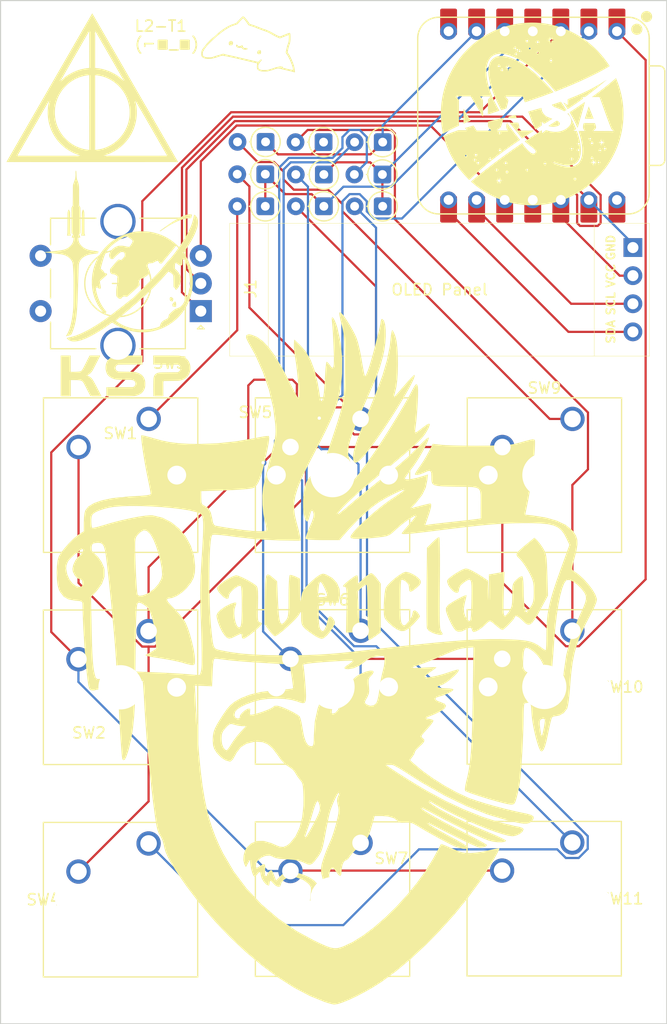
<source format=kicad_pcb>
(kicad_pcb (version 20241229) (generator "pcbnew") (generator_version "9.0")
  (layers (0 "F.Cu" signal) (2 "B.Cu" signal) (13 "F.Paste" user) (15 "B.Paste" user) (5 "F.SilkS" user "F.Silkscreen") (7 "B.SilkS" user "B.Silkscreen") (1 "F.Mask" user) (3 "B.Mask" user) (25 "Edge.Cuts" user))
  (net 0 "")
  (net 1 "Net-(D1-A)")
  (net 2 "row 0")
  (net 3 "Net-(D2-A)")
  (net 4 "row 1")
  (net 5 "Net-(D3-A)")
  (net 6 "row 2")
  (net 7 "Net-(D8-A)")
  (net 8 "Net-(D13-A)")
  (net 9 "Net-(D16-A)")
  (net 10 "Net-(D17-A)")
  (net 11 "Net-(D18-A)")
  (net 12 "Net-(D19-A)")
  (net 13 "col 0")
  (net 14 "col 2")
  (net 15 "Net-(U1-GPIO3{slash}MOSI)")
  (net 16 "Net-(U1-GPIO4{slash}MISO)")
  (net 17 "GND")
  (net 18 "col 1")
  (net 19 "SDA")
  (net 20 "SCL")
  (net 23 "vcc")
  (footprint "LOGO" (layer "F.Cu") (at 109.575 123.075)
    (property "Reference" "G***" (hide yes))
    (property "Value" "LOGO" (hide yes))
  )
  (footprint "Button_Switch_Keyboard:SW_Cherry_MX_1.00u_PCB" (layer "F.Cu") (at 131.29 135.32)
    (property "Reference" "SW5" (at -9.525 -0.595 0) (layer "F.SilkS"))
    (property "Value" "SW_Push" (hide yes))
    (pad "" np_thru_hole circle (at -7.62 5.08) (size 1.7 1.7) (drill 1.7) (layers "*.Cu" "*.Mask"))
    (pad "" np_thru_hole circle (at -2.54 5.08) (size 4 4) (drill 4) (layers "*.Cu" "*.Mask"))
    (pad "" np_thru_hole circle (at 2.54 5.08) (size 1.7 1.7) (drill 1.7) (layers "*.Cu" "*.Mask"))
    (pad "1" thru_hole circle (at 0 0) (size 2.2 2.2) (drill 1.5) (layers "*.Cu" "*.Mask") (net 11 "Net-(D18-A)"))
    (pad "2" thru_hole circle (at -6.35 2.54) (size 2.2 2.2) (drill 1.5) (layers "*.Cu" "*.Mask") (net 18 "col 1"))
  )
  (footprint "Button_Switch_Keyboard:SW_Cherry_MX_1.00u_PCB" (layer "F.Cu") (at 112.1 154.5)
    (property "Reference" "SW2" (at -5.398137 9.2 0) (layer "F.SilkS"))
    (property "Value" "SW_Push" (hide yes))
    (pad "" np_thru_hole circle (at -7.62 5.08) (size 1.7 1.7) (drill 1.7) (layers "*.Cu" "*.Mask"))
    (pad "" np_thru_hole circle (at -2.54 5.08) (size 4 4) (drill 4) (layers "*.Cu" "*.Mask"))
    (pad "" np_thru_hole circle (at 2.54 5.08) (size 1.7 1.7) (drill 1.7) (layers "*.Cu" "*.Mask"))
    (pad "1" thru_hole circle (at 0 0) (size 2.2 2.2) (drill 1.5) (layers "*.Cu" "*.Mask") (net 12 "Net-(D19-A)"))
    (pad "2" thru_hole circle (at -6.35 2.54) (size 2.2 2.2) (drill 1.5) (layers "*.Cu" "*.Mask") (net 14 "col 2"))
  )
  (footprint "Button_Switch_Keyboard:SW_Cherry_MX_1.00u_PCB" (layer "F.Cu") (at 112.1 173.7)
    (property "Reference" "SW4" (at -9.525 5.08 0) (layer "F.SilkS"))
    (property "Value" "SW_Push" (hide yes))
    (pad "" np_thru_hole circle (at -7.62 5.08) (size 1.7 1.7) (drill 1.7) (layers "*.Cu" "*.Mask"))
    (pad "" np_thru_hole circle (at -2.54 5.08) (size 4 4) (drill 4) (layers "*.Cu" "*.Mask"))
    (pad "" np_thru_hole circle (at 2.54 5.08) (size 1.7 1.7) (drill 1.7) (layers "*.Cu" "*.Mask"))
    (pad "1" thru_hole circle (at 0 0) (size 2.2 2.2) (drill 1.5) (layers "*.Cu" "*.Mask") (net 3 "Net-(D2-A)"))
    (pad "2" thru_hole circle (at -6.35 2.54) (size 2.2 2.2) (drill 1.5) (layers "*.Cu" "*.Mask") (net 13 "col 0"))
  )
  (footprint "Diode_THT:D_DO-35_SOD27_P2.54mm_Vertical_AnodeUp" (layer "F.Cu") (at 133.289315 116.1 180)
    (property "Reference" "D2" (hide yes))
    (property "Value" "D" (hide yes))
    (pad "1" thru_hole roundrect (at 0 0 180) (size 1.6 1.6) (drill 0.8) (layers "*.Cu" "*.Mask") (roundrect_rratio 0.15625) (net 4 "row 1"))
    (pad "2" thru_hole circle (at 2.54 0 180) (size 1.6 1.6) (drill 0.8) (layers "*.Cu" "*.Mask") (net 3 "Net-(D2-A)"))
  )
  (footprint "LOGO" (layer "F.Cu") (at 121.1 101.45)
    (property "Reference" "G***" (hide yes))
    (property "Value" "LOGO" (hide yes))
  )
  (footprint "LOGO" (layer "F.Cu") (at 147.55 107.75)
    (property "Reference" "G***" (hide yes))
    (property "Value" "LOGO" (hide yes))
  )
  (footprint "Diode_THT:D_DO-35_SOD27_P2.54mm_Vertical_AnodeUp" (layer "F.Cu") (at 127.964315 116.1 180)
    (property "Reference" "D19" (hide yes))
    (property "Value" "D" (hide yes))
    (pad "1" thru_hole roundrect (at 0 0 180) (size 1.6 1.6) (drill 0.8) (layers "*.Cu" "*.Mask") (roundrect_rratio 0.15625) (net 2 "row 0"))
    (pad "2" thru_hole circle (at 2.54 0 180) (size 1.6 1.6) (drill 0.8) (layers "*.Cu" "*.Mask") (net 12 "Net-(D19-A)"))
  )
  (footprint "LOGO" (layer "F.Cu") (at 128.2 156.975)
    (property "Reference" "G***" (hide yes))
    (property "Value" "LOGO" (hide yes))
  )
  (footprint "Diode_THT:D_DO-35_SOD27_P2.54mm_Vertical_AnodeUp" (layer "F.Cu") (at 133.29 110.3 180)
    (property "Reference" "D13" (hide yes))
    (property "Value" "D" (hide yes))
    (pad "1" thru_hole roundrect (at 0 0 180) (size 1.6 1.6) (drill 0.8) (layers "*.Cu" "*.Mask") (roundrect_rratio 0.15625) (net 6 "row 2"))
    (pad "2" thru_hole circle (at 2.54 0 180) (size 1.6 1.6) (drill 0.8) (layers "*.Cu" "*.Mask") (net 8 "Net-(D13-A)"))
  )
  (footprint "Diode_THT:D_DO-35_SOD27_P2.54mm_Vertical_AnodeUp" (layer "F.Cu") (at 133.264315 113.225 180)
    (property "Reference" "D16" (hide yes))
    (property "Value" "D" (hide yes))
    (pad "1" thru_hole roundrect (at 0 0 180) (size 1.6 1.6) (drill 0.8) (layers "*.Cu" "*.Mask") (roundrect_rratio 0.15625) (net 4 "row 1"))
    (pad "2" thru_hole circle (at 2.54 0 180) (size 1.6 1.6) (drill 0.8) (layers "*.Cu" "*.Mask") (net 9 "Net-(D16-A)"))
  )
  (footprint "Button_Switch_Keyboard:SW_Cherry_MX_1.00u_PCB" (layer "F.Cu") (at 131.29 154.47)
    (property "Reference" "SW6" (at -2.54 -2.794 0) (layer "F.SilkS"))
    (property "Value" "SW_Push" (hide yes))
    (pad "" np_thru_hole circle (at -7.62 5.08) (size 1.7 1.7) (drill 1.7) (layers "*.Cu" "*.Mask"))
    (pad "" np_thru_hole circle (at -2.54 5.08) (size 4 4) (drill 4) (layers "*.Cu" "*.Mask"))
    (pad "" np_thru_hole circle (at 2.54 5.08) (size 1.7 1.7) (drill 1.7) (layers "*.Cu" "*.Mask"))
    (pad "1" thru_hole circle (at 0 0) (size 2.2 2.2) (drill 1.5) (layers "*.Cu" "*.Mask") (net 10 "Net-(D17-A)"))
    (pad "2" thru_hole circle (at -6.35 2.54) (size 2.2 2.2) (drill 1.5) (layers "*.Cu" "*.Mask") (net 18 "col 1"))
  )
  (footprint "Button_Switch_Keyboard:SW_Cherry_MX_1.00u_PCB" (layer "F.Cu") (at 150.47 135.32)
    (property "Reference" "SW9" (at -2.54 -2.794 0) (layer "F.SilkS"))
    (property "Value" "SW_Push" (hide yes))
    (pad "" np_thru_hole circle (at -7.62 5.08) (size 1.7 1.7) (drill 1.7) (layers "*.Cu" "*.Mask"))
    (pad "" np_thru_hole circle (at -2.54 5.08) (size 4 4) (drill 4) (layers "*.Cu" "*.Mask"))
    (pad "" np_thru_hole circle (at 2.54 5.08) (size 1.7 1.7) (drill 1.7) (layers "*.Cu" "*.Mask"))
    (pad "1" thru_hole circle (at 0 0) (size 2.2 2.2) (drill 1.5) (layers "*.Cu" "*.Mask") (net 5 "Net-(D3-A)"))
    (pad "2" thru_hole circle (at -6.35 2.54) (size 2.2 2.2) (drill 1.5) (layers "*.Cu" "*.Mask") (net 13 "col 0"))
  )
  (footprint "Button_Switch_Keyboard:SW_Cherry_MX_1.00u_PCB" (layer "F.Cu") (at 150.45 173.61)
    (property "Reference" "SW11" (at 4.445 5.08 0) (layer "F.SilkS"))
    (property "Value" "SW_Push" (hide yes))
    (pad "" np_thru_hole circle (at -7.62 5.08) (size 1.7 1.7) (drill 1.7) (layers "*.Cu" "*.Mask"))
    (pad "" np_thru_hole circle (at -2.54 5.08) (size 4 4) (drill 4) (layers "*.Cu" "*.Mask"))
    (pad "" np_thru_hole circle (at 2.54 5.08) (size 1.7 1.7) (drill 1.7) (layers "*.Cu" "*.Mask"))
    (pad "1" thru_hole circle (at 0 0) (size 2.2 2.2) (drill 1.5) (layers "*.Cu" "*.Mask") (net 8 "Net-(D13-A)"))
    (pad "2" thru_hole circle (at -6.35 2.54) (size 2.2 2.2) (drill 1.5) (layers "*.Cu" "*.Mask") (net 14 "col 2"))
  )
  (footprint "Button_Switch_Keyboard:SW_Cherry_MX_1.00u_PCB" (layer "F.Cu") (at 112.11 135.32)
    (property "Reference" "SW1" (at -2.564444 1.305 0) (layer "F.SilkS"))
    (property "Value" "SW_Push" (hide yes))
    (pad "" np_thru_hole circle (at -7.62 5.08) (size 1.7 1.7) (drill 1.7) (layers "*.Cu" "*.Mask"))
    (pad "" np_thru_hole circle (at -2.54 5.08) (size 4 4) (drill 4) (layers "*.Cu" "*.Mask"))
    (pad "" np_thru_hole circle (at 2.54 5.08) (size 1.7 1.7) (drill 1.7) (layers "*.Cu" "*.Mask"))
    (pad "1" thru_hole circle (at 0 0) (size 2.2 2.2) (drill 1.5) (layers "*.Cu" "*.Mask") (net 1 "Net-(D1-A)"))
    (pad "2" thru_hole circle (at -6.35 2.54) (size 2.2 2.2) (drill 1.5) (layers "*.Cu" "*.Mask") (net 13 "col 0"))
  )
  (footprint "Diode_THT:D_DO-35_SOD27_P2.54mm_Vertical_AnodeUp" (layer "F.Cu") (at 122.665 113.2 180)
    (property "Reference" "D18" (hide yes))
    (property "Value" "D" (hide yes))
    (pad "1" thru_hole roundrect (at 0 0 180) (size 1.6 1.6) (drill 0.8) (layers "*.Cu" "*.Mask") (roundrect_rratio 0.15625) (net 2 "row 0"))
    (pad "2" thru_hole circle (at 2.54 0 180) (size 1.6 1.6) (drill 0.8) (layers "*.Cu" "*.Mask") (net 11 "Net-(D18-A)"))
  )
  (footprint "keypad:XIAO-RP2040-DIP" (layer "F.Cu") (at 146.875 107.9 -90)
    (property "Reference" "U1" (hide yes))
    (property "Value" "XIAO-RP2040-DIP")
    (pad "1" smd roundrect (at -8.455 -7.62 90) (size 2.432 1.524) (layers "F.Cu" "F.Mask") (roundrect_rratio 0.1) (net 13 "col 0"))
    (pad "1" thru_hole circle (at -7.62 -7.62 90) (size 1.524 1.524) (drill 0.889) (layers "*.Cu" "*.Mask") (net 13 "col 0"))
    (pad "2" smd roundrect (at -8.455 -5.08 90) (size 2.432 1.524) (layers "F.Cu" "F.Mask") (roundrect_rratio 0.1) (net 18 "col 1"))
    (pad "2" thru_hole circle (at -7.62 -5.08 90) (size 1.524 1.524) (drill 0.889) (layers "*.Cu" "*.Mask") (net 18 "col 1"))
    (pad "3" smd roundrect (at -8.455 -2.54 90) (size 2.432 1.524) (layers "F.Cu" "F.Mask") (roundrect_rratio 0.1) (net 14 "col 2"))
    (pad "3" thru_hole circle (at -7.62 -2.54 90) (size 1.524 1.524) (drill 0.889) (layers "*.Cu" "*.Mask") (net 14 "col 2"))
    (pad "4" smd roundrect (at -8.455 0 90) (size 2.432 1.524) (layers "F.Cu" "F.Mask") (roundrect_rratio 0.1) (net 2 "row 0"))
    (pad "4" thru_hole circle (at -7.62 0 90) (size 1.524 1.524) (drill 0.889) (layers "*.Cu" "*.Mask") (net 2 "row 0"))
    (pad "5" smd roundrect (at -8.455 2.54 90) (size 2.432 1.524) (layers "F.Cu" "F.Mask") (roundrect_rratio 0.1) (net 4 "row 1"))
    (pad "5" thru_hole circle (at -7.62 2.54 90) (size 1.524 1.524) (drill 0.889) (layers "*.Cu" "*.Mask") (net 4 "row 1"))
    (pad "6" smd roundrect (at -8.455 5.08 90) (size 2.432 1.524) (layers "F.Cu" "F.Mask") (roundrect_rratio 0.1) (net 6 "row 2"))
    (pad "6" thru_hole circle (at -7.62 5.08 90) (size 1.524 1.524) (drill 0.889) (layers "*.Cu" "*.Mask") (net 6 "row 2"))
    (pad "7" smd roundrect (at -8.455 7.62 90) (size 2.432 1.524) (layers "F.Cu" "F.Mask") (roundrect_rratio 0.1))
    (pad "7" thru_hole circle (at -7.62 7.62 90) (size 1.524 1.524) (drill 0.889) (layers "*.Cu" "*.Mask"))
    (pad "8" thru_hole circle (at 7.62 7.62 270) (size 1.524 1.524) (drill 0.889) (layers "*.Cu" "*.Mask") (net 19 "SDA"))
    (pad "8" smd roundrect (at 8.455 7.62 270) (size 2.432 1.524) (layers "F.Cu" "F.Mask") (roundrect_rratio 0.1) (net 19 "SDA"))
    (pad "9" thru_hole circle (at 7.62 5.08 270) (size 1.524 1.524) (drill 0.889) (layers "*.Cu" "*.Mask") (net 20 "SCL"))
    (pad "9" smd roundrect (at 8.455 5.08 270) (size 2.432 1.524) (layers "F.Cu" "F.Mask") (roundrect_rratio 0.1) (net 20 "SCL"))
    (pad "10" thru_hole circle (at 7.62 2.54 270) (size 1.524 1.524) (drill 0.889) (layers "*.Cu" "*.Mask") (net 16 "Net-(U1-GPIO4{slash}MISO)"))
    (pad "10" smd roundrect (at 8.455 2.54 270) (size 2.432 1.524) (layers "F.Cu" "F.Mask") (roundrect_rratio 0.1) (net 16 "Net-(U1-GPIO4{slash}MISO)"))
    (pad "11" thru_hole circle (at 7.62 0 270) (size 1.524 1.524) (drill 0.889) (layers "*.Cu" "*.Mask") (net 15 "Net-(U1-GPIO3{slash}MOSI)"))
    (pad "11" smd roundrect (at 8.455 0 270) (size 2.432 1.524) (layers "F.Cu" "F.Mask") (roundrect_rratio 0.1) (net 15 "Net-(U1-GPIO3{slash}MOSI)"))
    (pad "12" thru_hole circle (at 7.62 -2.54 270) (size 1.524 1.524) (drill 0.889) (layers "*.Cu" "*.Mask") (net 23 "vcc"))
    (pad "12" smd roundrect (at 8.455 -2.54 270) (size 2.432 1.524) (layers "F.Cu" "F.Mask") (roundrect_rratio 0.1) (net 23 "vcc"))
    (pad "13" thru_hole circle (at 7.62 -5.08 270) (size 1.524 1.524) (drill 0.889) (layers "*.Cu" "*.Mask") (net 17 "GND"))
    (pad "13" smd roundrect (at 8.455 -5.08 270) (size 2.432 1.524) (layers "F.Cu" "F.Mask") (roundrect_rratio 0.1) (net 17 "GND"))
    (pad "14" thru_hole circle (at 7.62 -7.62 270) (size 1.524 1.524) (drill 0.889) (layers "*.Cu" "*.Mask"))
    (pad "14" smd roundrect (at 8.455 -7.62 270) (size 2.432 1.524) (layers "F.Cu" "F.Mask") (roundrect_rratio 0.1))
  )
  (footprint "Rotary_Encoder:RotaryEncoder_Alps_EC11E-Switch_Vertical_H20mm_CircularMountingHoles" (layer "F.Cu") (at 116.825 125.575 180)
    (property "Reference" "SW3" (at 2.8 -4.7 0) (layer "F.SilkS"))
    (property "Value" "RotaryEncoder")
    (pad "A" thru_hole rect (at 0 0 180) (size 2 2) (drill 1) (layers "*.Cu" "*.Mask") (net 15 "Net-(U1-GPIO3{slash}MOSI)"))
    (pad "B" thru_hole circle (at 0 5 180) (size 2 2) (drill 1) (layers "*.Cu" "*.Mask") (net 16 "Net-(U1-GPIO4{slash}MISO)"))
    (pad "C" thru_hole circle (at 0 2.5 180) (size 2 2) (drill 1) (layers "*.Cu" "*.Mask") (net 17 "GND"))
    (pad "MP" thru_hole circle (at 7.5 -3.1 180) (size 3.2 3.2) (drill 2.6) (layers "*.Cu" "*.Mask"))
    (pad "MP" thru_hole circle (at 7.5 8.1 180) (size 3.2 3.2) (drill 2.6) (layers "*.Cu" "*.Mask"))
    (pad "S1" thru_hole circle (at 14.5 5 180) (size 2 2) (drill 1) (layers "*.Cu" "*.Mask"))
    (pad "S2" thru_hole circle (at 14.5 0 180) (size 2 2) (drill 1) (layers "*.Cu" "*.Mask"))
  )
  (footprint "Diode_THT:D_DO-35_SOD27_P2.54mm_Vertical_AnodeUp" (layer "F.Cu") (at 127.94 110.3 180)
    (property "Reference" "D8" (hide yes))
    (property "Value" "D" (hide yes))
    (pad "1" thru_hole roundrect (at 0 0 180) (size 1.6 1.6) (drill 0.8) (layers "*.Cu" "*.Mask") (roundrect_rratio 0.15625) (net 6 "row 2"))
    (pad "2" thru_hole circle (at 2.54 0 180) (size 1.6 1.6) (drill 0.8) (layers "*.Cu" "*.Mask") (net 7 "Net-(D8-A)"))
  )
  (footprint "Button_Switch_Keyboard:SW_Cherry_MX_1.00u_PCB" (layer "F.Cu") (at 131.29 173.65)
    (property "Reference" "SW7" (at 2.785 1.4 0) (layer "F.SilkS"))
    (property "Value" "SW_Push" (hide yes))
    (pad "" np_thru_hole circle (at -7.62 5.08) (size 1.7 1.7) (drill 1.7) (layers "*.Cu" "*.Mask"))
    (pad "" np_thru_hole circle (at -2.54 5.08) (size 4 4) (drill 4) (layers "*.Cu" "*.Mask"))
    (pad "" np_thru_hole circle (at 2.54 5.08) (size 1.7 1.7) (drill 1.7) (layers "*.Cu" "*.Mask"))
    (pad "1" thru_hole circle (at 0 0) (size 2.2 2.2) (drill 1.5) (layers "*.Cu" "*.Mask") (net 9 "Net-(D16-A)"))
    (pad "2" thru_hole circle (at -6.35 2.54) (size 2.2 2.2) (drill 1.5) (layers "*.Cu" "*.Mask") (net 14 "col 2"))
  )
  (footprint "Button_Switch_Keyboard:SW_Cherry_MX_1.00u_PCB" (layer "F.Cu") (at 150.46 154.47)
    (property "Reference" "SW10" (at 4.445 5.08 180) (layer "F.SilkS"))
    (property "Value" "SW_Push" (hide yes))
    (pad "" np_thru_hole circle (at -7.62 5.08) (size 1.7 1.7) (drill 1.7) (layers "*.Cu" "*.Mask"))
    (pad "" np_thru_hole circle (at -2.54 5.08) (size 4 4) (drill 4) (layers "*.Cu" "*.Mask"))
    (pad "" np_thru_hole circle (at 2.54 5.08) (size 1.7 1.7) (drill 1.7) (layers "*.Cu" "*.Mask"))
    (pad "1" thru_hole circle (at 0 0) (size 2.2 2.2) (drill 1.5) (layers "*.Cu" "*.Mask") (net 7 "Net-(D8-A)"))
    (pad "2" thru_hole circle (at -6.35 2.54) (size 2.2 2.2) (drill 1.5) (layers "*.Cu" "*.Mask") (net 18 "col 1"))
  )
  (footprint "Diode_THT:D_DO-35_SOD27_P2.54mm_Vertical_AnodeUp" (layer "F.Cu") (at 127.965 113.225 180)
    (property "Reference" "D17" (hide yes))
    (property "Value" "D" (hide yes))
    (pad "1" thru_hole roundrect (at 0 0 180) (size 1.6 1.6) (drill 0.8) (layers "*.Cu" "*.Mask") (roundrect_rratio 0.15625) (net 4 "row 1"))
    (pad "2" thru_hole circle (at 2.54 0 180) (size 1.6 1.6) (drill 0.8) (layers "*.Cu" "*.Mask") (net 10 "Net-(D17-A)"))
  )
  (footprint "keypad:SSD1306-0.91-OLED-4pin-128x32" (layer "F.Cu") (at 119.44 117.64)
    (property "Reference" "J1" (at 1.9 5.91 90) (layer "F.SilkS"))
    (property "Value" "Conn_01x04" (hide yes))
    (fp_text user "SDA" (at 34.5 9.81 90) (layer "F.SilkS") (effects (font (size 0.75 0.75))))
    (fp_text user "VCC" (at 34.5 4.73 90) (layer "F.SilkS") (effects (font (size 0.75 0.75))))
    (fp_text user "SCL" (at 34.5 7.27 90) (layer "F.SilkS") (effects (font (size 0.75 0.75))))
    (fp_text user "OLED Panel" (at 19 6 0) (layer "F.SilkS"))
    (fp_text user "GND" (at 34.5 2.19 90) (layer "F.SilkS") (effects (font (size 0.75 0.75))))
    (pad "1" thru_hole rect (at 36.5 2.19) (size 1.7 1.7) (drill 1) (layers "*.Cu" "*.Mask") (net 17 "GND"))
    (pad "2" thru_hole oval (at 36.5 4.73) (size 1.7 1.7) (drill 1) (layers "*.Cu" "*.Mask") (net 23 "vcc"))
    (pad "3" thru_hole oval (at 36.5 7.27) (size 1.7 1.7) (drill 1) (layers "*.Cu" "*.Mask") (net 20 "SCL"))
    (pad "4" thru_hole oval (at 36.5 9.81) (size 1.7 1.7) (drill 1) (layers "*.Cu" "*.Mask") (net 19 "SDA"))
  )
  (footprint "Diode_THT:D_DO-35_SOD27_P2.54mm_Vertical_AnodeUp" (layer "F.Cu") (at 122.665 116.1 180)
    (property "Reference" "D1" (hide yes))
    (property "Value" "D" (hide yes))
    (pad "1" thru_hole roundrect (at 0 0 180) (size 1.6 1.6) (drill 0.8) (layers "*.Cu" "*.Mask") (roundrect_rratio 0.15625) (net 2 "row 0"))
    (pad "2" thru_hole circle (at 2.54 0 180) (size 1.6 1.6) (drill 0.8) (layers "*.Cu" "*.Mask") (net 1 "Net-(D1-A)"))
  )
  (footprint "Diode_THT:D_DO-35_SOD27_P2.54mm_Vertical_AnodeUp" (layer "F.Cu") (at 122.689315 110.275 180)
    (property "Reference" "D3" (hide yes))
    (property "Value" "D" (hide yes))
    (pad "1" thru_hole roundrect (at 0 0 180) (size 1.6 1.6) (drill 0.8) (layers "*.Cu" "*.Mask") (roundrect_rratio 0.15625) (net 6 "row 2"))
    (pad "2" thru_hole circle (at 2.54 0 180) (size 1.6 1.6) (drill 0.8) (layers "*.Cu" "*.Mask") (net 5 "Net-(D3-A)"))
  )
  (footprint "LOGO" (layer "F.Cu") (at 107 105.45)
    (property "Reference" "G***" (hide yes))
    (property "Value" "LOGO" (hide yes))
  )
  (gr_rect (start 98.7 97.5) (end 159 190) (stroke (width 0.1)) (fill no) (layer "Edge.Cuts"))
  (gr_text "L2-T1 \n(⌐■_■)" (at 110.75 102 0) (layer "F.SilkS") (effects (font (size 1 1)) (justify left bottom)))
  (segment (start 120.125 116.1) (end 120.125 127.305) (width 0.2) (layer "F.Cu") (net 1))
  (segment (start 120.125 127.305) (end 112.11 135.32) (width 0.2) (layer "F.Cu") (net 1))
  (segment (start 122.665 116.1) (end 122.665 113.2) (width 0.2) (layer "F.Cu") (net 2))
  (segment (start 122.665 113.2) (end 124.464 114.999) (width 0.2) (layer "F.Cu") (net 2))
  (segment (start 124.464 114.999) (end 126.863315 114.999) (width 0.2) (layer "F.Cu") (net 2))
  (segment (start 126.863315 114.999) (end 127.964315 116.1) (width 0.2) (layer "F.Cu") (net 2))
  (segment (start 134.049475 114.326) (end 146.875 101.500475) (width 0.2) (layer "B.Cu") (net 2))
  (segment (start 129.738315 114.326) (end 134.049475 114.326) (width 0.2) (layer "B.Cu") (net 2))
  (segment (start 127.964315 116.1) (end 129.738315 114.326) (width 0.2) (layer "B.Cu") (net 2))
  (segment (start 146.875 101.500475) (end 146.875 100.28) (width 0.2) (layer "B.Cu") (net 2))
  (segment (start 136.574502 174.230314) (end 129.723816 181.081) (width 0.2) (layer "B.Cu") (net 3))
  (segment (start 149.089 174.230314) (end 136.574502 174.230314) (width 0.2) (layer "B.Cu") (net 3))
  (segment (start 132.691 118.041685) (end 132.691 135.900314) (width 0.2) (layer "B.Cu") (net 3))
  (segment (start 151.030314 175.011) (end 149.869686 175.011) (width 0.2) (layer "B.Cu") (net 3))
  (segment (start 130.749315 116.1) (end 132.691 118.041685) (width 0.2) (layer "B.Cu") (net 3))
  (segment (start 119.481 181.081) (end 112.1 173.7) (width 0.2) (layer "B.Cu") (net 3))
  (segment (start 131.870314 136.721) (end 131.870314 153.049) (width 0.2) (layer "B.Cu") (net 3))
  (segment (start 151.851 173.029686) (end 151.851 174.190314) (width 0.2) (layer "B.Cu") (net 3))
  (segment (start 149.869686 175.011) (end 149.089 174.230314) (width 0.2) (layer "B.Cu") (net 3))
  (segment (start 131.870314 153.049) (end 151.851 173.029686) (width 0.2) (layer "B.Cu") (net 3))
  (segment (start 132.691 135.900314) (end 131.870314 136.721) (width 0.2) (layer "B.Cu") (net 3))
  (segment (start 129.723816 181.081) (end 119.481 181.081) (width 0.2) (layer "B.Cu") (net 3))
  (segment (start 151.851 174.190314) (end 151.030314 175.011) (width 0.2) (layer "B.Cu") (net 3))
  (segment (start 133.264315 113.225) (end 133.264315 116.075) (width 0.2) (layer "F.Cu") (net 4))
  (segment (start 129.066 112.124) (end 132.163315 112.124) (width 0.2) (layer "F.Cu") (net 4))
  (segment (start 132.163315 112.124) (end 133.264315 113.225) (width 0.2) (layer "F.Cu") (net 4))
  (segment (start 127.965 113.225) (end 129.066 112.124) (width 0.2) (layer "F.Cu") (net 4))
  (segment (start 133.264315 116.075) (end 133.289315 116.1) (width 0.2) (layer "F.Cu") (net 4))
  (segment (start 133.264315 113.225) (end 144.335 102.154315) (width 0.2) (layer "B.Cu") (net 4))
  (segment (start 144.335 102.154315) (end 144.335 100.28) (width 0.2) (layer "B.Cu") (net 4))
  (segment (start 148.412265 135.32) (end 150.47 135.32) (width 0.2) (layer "F.Cu") (net 5))
  (segment (start 124.324 112.97284) (end 124.324 113.68105) (width 0.2) (layer "F.Cu") (net 5))
  (segment (start 129.648315 115.89784) (end 129.648315 116.55605) (width 0.2) (layer "F.Cu") (net 5))
  (segment (start 120.149315 110.275) (end 121.973315 112.099) (width 0.2) (layer "F.Cu") (net 5))
  (segment (start 121.973315 112.099) (end 123.45016 112.099) (width 0.2) (layer "F.Cu") (net 5))
  (segment (start 128.348475 114.598) (end 129.648315 115.89784) (width 0.2) (layer "F.Cu") (net 5))
  (segment (start 125.24095 114.598) (end 128.348475 114.598) (width 0.2) (layer "F.Cu") (net 5))
  (segment (start 124.324 113.68105) (end 125.24095 114.598) (width 0.2) (layer "F.Cu") (net 5))
  (segment (start 123.45016 112.099) (end 124.324 112.97284) (width 0.2) (layer "F.Cu") (net 5))
  (segment (start 129.648315 116.55605) (end 148.412265 135.32) (width 0.2) (layer "F.Cu") (net 5))
  (segment (start 132.189 111.401) (end 133.29 110.3) (width 0.2) (layer "F.Cu") (net 6))
  (segment (start 122.689315 110.275) (end 123.815315 111.401) (width 0.2) (layer "F.Cu") (net 6))
  (segment (start 123.815315 111.401) (end 126.839 111.401) (width 0.2) (layer "F.Cu") (net 6))
  (segment (start 126.839 111.401) (end 127.94 110.3) (width 0.2) (layer "F.Cu") (net 6))
  (segment (start 123.815315 111.401) (end 132.189 111.401) (width 0.2) (layer "F.Cu") (net 6))
  (segment (start 133.29 110.3) (end 133.29 108.785) (width 0.2) (layer "B.Cu") (net 6))
  (segment (start 133.29 108.785) (end 141.795 100.28) (width 0.2) (layer "B.Cu") (net 6))
  (segment (start 151.871 139.879) (end 150.46 141.29) (width 0.2) (layer "F.Cu") (net 7))
  (segment (start 134.391 117.259686) (end 151.871 134.739686) (width 0.2) (layer "F.Cu") (net 7))
  (segment (start 125.4 110.3) (end 126.501 109.199) (width 0.2) (layer "F.Cu") (net 7))
  (segment (start 151.871 134.739686) (end 151.871 139.879) (width 0.2) (layer "F.Cu") (net 7))
  (segment (start 134.07516 109.199) (end 134.391 109.51484) (width 0.2) (layer "F.Cu") (net 7))
  (segment (start 150.46 141.29) (end 150.46 154.47) (width 0.2) (layer "F.Cu") (net 7))
  (segment (start 126.501 109.199) (end 134.07516 109.199) (width 0.2) (layer "F.Cu") (net 7))
  (segment (start 134.391 109.51484) (end 134.391 117.259686) (width 0.2) (layer "F.Cu") (net 7))
  (segment (start 124.324 134.596816) (end 126.399 136.671816) (width 0.2) (layer "B.Cu") (net 8))
  (segment (start 128.926 112.124) (end 124.96895 112.124) (width 0.2) (layer "B.Cu") (net 8))
  (segment (start 132.711 155.871) (end 150.45 173.61) (width 0.2) (layer "B.Cu") (net 8))
  (segment (start 126.399 151.560314) (end 130.709686 155.871) (width 0.2) (layer "B.Cu") (net 8))
  (segment (start 130.75 110.3) (end 128.926 112.124) (width 0.2) (layer "B.Cu") (net 8))
  (segment (start 124.96895 112.124) (end 124.324 112.76895) (width 0.2) (layer "B.Cu") (net 8))
  (segment (start 130.709686 155.871) (end 132.711 155.871) (width 0.2) (layer "B.Cu") (net 8))
  (segment (start 126.399 136.671816) (end 126.399 151.560314) (width 0.2) (layer "B.Cu") (net 8))
  (segment (start 124.324 112.76895) (end 124.324 134.596816) (width 0.2) (layer "B.Cu") (net 8))
  (segment (start 128.7599 111.723) (end 124.80285 111.723) (width 0.2) (layer "B.Cu") (net 9))
  (segment (start 123.923 136.895686) (end 123.539 137.279686) (width 0.2) (layer "B.Cu") (net 9))
  (segment (start 130.724315 113.225) (end 131.851 112.098315) (width 0.2) (layer "B.Cu") (net 9))
  (segment (start 129.649 109.84395) (end 129.649 110.8339) (width 0.2) (layer "B.Cu") (net 9))
  (segment (start 125.998 140.899314) (end 125.998 151.726414) (width 0.2) (layer "B.Cu") (net 9))
  (segment (start 131.20605 109.199) (end 130.29395 109.199) (width 0.2) (layer "B.Cu") (net 9))
  (segment (start 123.539 137.279686) (end 123.539 138.440314) (width 0.2) (layer "B.Cu") (net 9))
  (segment (start 131.851 112.098315) (end 131.851 109.84395) (width 0.2) (layer "B.Cu") (net 9))
  (segment (start 123.539 138.440314) (end 125.998 140.899314) (width 0.2) (layer "B.Cu") (net 9))
  (segment (start 130.29395 109.199) (end 129.649 109.84395) (width 0.2) (layer "B.Cu") (net 9))
  (segment (start 123.923 112.60285) (end 123.923 136.895686) (width 0.2) (layer "B.Cu") (net 9))
  (segment (start 131.29 157.018414) (end 131.29 173.65) (width 0.2) (layer "B.Cu") (net 9))
  (segment (start 124.80285 111.723) (end 123.923 112.60285) (width 0.2) (layer "B.Cu") (net 9))
  (segment (start 129.649 110.8339) (end 128.7599 111.723) (width 0.2) (layer "B.Cu") (net 9))
  (segment (start 125.998 151.726414) (end 131.29 157.018414) (width 0.2) (layer "B.Cu") (net 9))
  (segment (start 131.851 109.84395) (end 131.20605 109.199) (width 0.2) (layer "B.Cu") (net 9))
  (segment (start 126.8 136.505716) (end 126.8 137.125) (width 0.2) (layer "B.Cu") (net 10))
  (segment (start 125.425 113.225) (end 126.525315 114.325315) (width 0.2) (layer "B.Cu") (net 10))
  (segment (start 126.8 137.125) (end 127.750092 138.075092) (width 0.2) (layer "B.Cu") (net 10))
  (segment (start 131.101 141.373816) (end 131.074908 141.399908) (width 0.2) (layer "B.Cu") (net 10))
  (segment (start 129.723816 138.049) (end 131.101 139.426184) (width 0.2) (layer "B.Cu") (net 10))
  (segment (start 131.074908 141.399908) (end 131.29 141.615) (width 0.2) (layer "B.Cu") (net 10))
  (segment (start 126.525315 114.325315) (end 126.525315 136.231031) (width 0.2) (layer "B.Cu") (net 10))
  (segment (start 126.525315 136.231031) (end 126.8 136.505716) (width 0.2) (layer "B.Cu") (net 10))
  (segment (start 131.29 141.615) (end 131.29 154.47) (width 0.2) (layer "B.Cu") (net 10))
  (segment (start 131.101 139.426184) (end 131.101 141.373816) (width 0.2) (layer "B.Cu") (net 10))
  (segment (start 127.750092 138.075092) (end 127.776184 138.049) (width 0.2) (layer "B.Cu") (net 10))
  (segment (start 127.776184 138.049) (end 129.723816 138.049) (width 0.2) (layer "B.Cu") (net 10))
  (segment (start 120.125 113.2) (end 121.226 114.301) (width 0.2) (layer "F.Cu") (net 11))
  (segment (start 121.226 114.301) (end 121.226 125.256) (width 0.2) (layer "F.Cu") (net 11))
  (segment (start 121.226 125.256) (end 131.29 135.32) (width 0.2) (layer "F.Cu") (net 11))
  (segment (start 130.709686 136.721) (end 129.889 135.900314) (width 0.2) (layer "F.Cu") (net 12))
  (segment (start 121.125 132.3) (end 121.125 139.693686) (width 0.2) (layer "F.Cu") (net 12))
  (segment (start 121.125 139.693686) (end 112.1 148.718686) (width 0.2) (layer "F.Cu") (net 12))
  (segment (start 125.125 131.775) (end 121.65 131.775) (width 0.2) (layer "F.Cu") (net 12))
  (segment (start 125.520314 134.275) (end 125.520314 132.170314) (width 0.2) (layer "F.Cu") (net 12))
  (segment (start 132.691 135.900314) (end 131.870314 136.721) (width 0.2) (layer "F.Cu") (net 12))
  (segment (start 129.889 135.900314) (end 129.889 134.739686) (width 0.2) (layer "F.Cu") (net 12))
  (segment (start 129.6779 134.275) (end 125.520314 134.275) (width 0.2) (layer "F.Cu") (net 12))
  (segment (start 112.1 148.718686) (end 112.1 154.5) (width 0.2) (layer "F.Cu") (net 12))
  (segment (start 129.889 134.739686) (end 130.015793 134.612893) (width 0.2) (layer "F.Cu") (net 12))
  (segment (start 125.424315 116.1) (end 132.691 123.366685) (width 0.2) (layer "F.Cu") (net 12))
  (segment (start 121.65 131.775) (end 121.125 132.3) (width 0.2) (layer "F.Cu") (net 12))
  (segment (start 130.015793 134.612893) (end 129.6779 134.275) (width 0.2) (layer "F.Cu") (net 12))
  (segment (start 125.520314 132.170314) (end 125.125 131.775) (width 0.2) (layer "F.Cu") (net 12))
  (segment (start 131.870314 136.721) (end 130.709686 136.721) (width 0.2) (layer "F.Cu") (net 12))
  (segment (start 132.691 123.366685) (end 132.691 135.900314) (width 0.2) (layer "F.Cu") (net 12))
  (segment (start 149.879686 155.871) (end 144.12 150.111314) (width 0.2) (layer "F.Cu") (net 13))
  (segment (start 157.091 102.876) (end 157.091 149.820314) (width 0.2) (layer "F.Cu") (net 13))
  (segment (start 157.091 149.820314) (end 151.040314 155.871) (width 0.2) (layer "F.Cu") (net 13))
  (segment (start 105.75 176.24) (end 112.1 169.89) (width 0.2) (layer "F.Cu") (net 13))
  (segment (start 144.12 150.111314) (end 144.12 137.86) (width 0.2) (layer "F.Cu") (net 13))
  (segment (start 151.040314 155.871) (end 149.879686 155.871) (width 0.2) (layer "F.Cu") (net 13))
  (segment (start 112.1 169.89) (end 112.1 155.901) (width 0.2) (layer "F.Cu") (net 13))
  (segment (start 112.1 155.901) (end 111.519686 155.901) (width 0.2) (layer "F.Cu") (net 13))
  (segment (start 154.495 100.28) (end 157.091 102.876) (width 0.2) (layer "F.Cu") (net 13))
  (segment (start 105.76 150.141314) (end 105.76 137.86) (width 0.2) (layer "F.Cu") (net 13))
  (segment (start 111.519686 155.901) (end 105.76 150.141314) (width 0.2) (layer "F.Cu") (net 13))
  (segment (start 126.341 137.86) (end 126.341 142.240314) (width 0.2) (layer "F.Cu") (net 13))
  (segment (start 144.12 137.86) (end 126.341 137.86) (width 0.2) (layer "F.Cu") (net 13))
  (segment (start 126.341 142.240314) (end 112.680314 155.901) (width 0.2) (layer "F.Cu") (net 13))
  (segment (start 112.680314 155.901) (end 112.1 155.901) (width 0.2) (layer "F.Cu") (net 13))
  (segment (start 111.529686 115.636279) (end 111.529686 130.109) (width 0.2) (layer "F.Cu") (net 14))
  (segment (start 124.94 176.19) (end 124.98 176.15) (width 0.2) (layer "F.Cu") (net 14))
  (segment (start 124.98 176.15) (end 144.1 176.15) (width 0.2) (layer "F.Cu") (net 14))
  (segment (start 111.529686 130.109) (end 103.289 138.349686) (width 0.2) (layer "F.Cu") (net 14))
  (segment (start 119.570965 107.595) (end 111.529686 115.636279) (width 0.2) (layer "F.Cu") (net 14))
  (segment (start 142.1 107.595) (end 119.570965 107.595) (width 0.2) (layer "F.Cu") (net 14))
  (segment (start 149.415 100.28) (end 142.1 107.595) (width 0.2) (layer "F.Cu") (net 14))
  (segment (start 103.289 154.579) (end 105.75 157.04) (width 0.2) (layer "F.Cu") (net 14))
  (segment (start 103.289 138.349686) (end 103.289 154.579) (width 0.2) (layer "F.Cu") (net 14))
  (segment (start 105.75 159.094816) (end 105.75 157.04) (width 0.2) (layer "B.Cu") (net 14))
  (segment (start 124.94 176.19) (end 122.845184 176.19) (width 0.2) (layer "B.Cu") (net 14))
  (segment (start 122.845184 176.19) (end 105.75 159.094816) (width 0.2) (layer "B.Cu") (net 14))
  (segment (start 116.825 125.575) (end 115.123 123.873) (width 0.2) (layer "F.Cu") (net 15))
  (segment (start 145.93431 107.996) (end 153.018 115.07969) (width 0.2) (layer "F.Cu") (net 15))
  (segment (start 119.737065 107.996) (end 145.93431 107.996) (width 0.2) (layer "F.Cu") (net 15))
  (segment (start 150.892 115.07969) (end 149.96231 114.15) (width 0.2) (layer "F.Cu") (net 15))
  (segment (start 152.756626 117.872) (end 151.153374 117.872) (width 0.2) (layer "F.Cu") (net 15))
  (segment (start 115.123 112.610065) (end 119.737065 107.996) (width 0.2) (layer "F.Cu") (net 15))
  (segment (start 153.018 115.07969) (end 153.018 117.610626) (width 0.2) (layer "F.Cu") (net 15))
  (segment (start 151.153374 117.872) (end 150.892 117.610626) (width 0.2) (layer "F.Cu") (net 15))
  (segment (start 153.018 117.610626) (end 152.756626 117.872) (width 0.2) (layer "F.Cu") (net 15))
  (segment (start 150.892 117.610626) (end 150.892 115.07969) (width 0.2) (layer "F.Cu") (net 15))
  (segment (start 115.123 123.873) (end 115.123 112.610065) (width 0.2) (layer "F.Cu") (net 15))
  (segment (start 148.245 114.15) (end 146.875 115.52) (width 0.2) (layer "F.Cu") (net 15))
  (segment (start 149.96231 114.15) (end 148.245 114.15) (width 0.2) (layer "F.Cu") (net 15))
  (segment (start 116.825 112.042265) (end 120.069265 108.798) (width 0.2) (layer "F.Cu") (net 16))
  (segment (start 116.825 120.575) (end 116.825 112.042265) (width 0.2) (layer "F.Cu") (net 16))
  (segment (start 120.069265 108.798) (end 137.613 108.798) (width 0.2) (layer "F.Cu") (net 16))
  (segment (start 137.613 108.798) (end 144.335 115.52) (width 0.2) (layer "F.Cu") (net 16))
  (segment (start 144.832 108.397) (end 151.955 115.52) (width 0.2) (layer "F.Cu") (net 17))
  (segment (start 115.524 112.776165) (end 119.903165 108.397) (width 0.2) (layer "F.Cu") (net 17))
  (segment (start 119.903165 108.397) (end 144.832 108.397) (width 0.2) (layer "F.Cu") (net 17))
  (segment (start 115.524 121.774) (end 115.524 112.776165) (width 0.2) (layer "F.Cu") (net 17))
  (segment (start 116.825 123.075) (end 115.524 121.774) (width 0.2) (layer "F.Cu") (net 17))
  (segment (start 155.94 119.505) (end 155.94 119.83) (width 0.2) (layer "B.Cu") (net 17))
  (segment (start 151.955 115.52) (end 155.94 119.505) (width 0.2) (layer "B.Cu") (net 17))
  (segment (start 125.525 137.275) (end 127.475 137.275) (width 0.2) (layer "F.Cu") (net 18))
  (segment (start 124.94 157.01) (end 144.11 157.01) (width 0.2) (layer "F.Cu") (net 18))
  (segment (start 127.475 137.275) (end 127.475 135.325) (width 0.2) (layer "F.Cu") (net 18))
  (segment (start 127.475 135.325) (end 127.549315 135.250685) (width 0.2) (layer "F.Cu") (net 18))
  (segment (start 123.884 137.86) (end 122.469 139.275) (width 0.2) (layer "F.Cu") (net 18))
  (segment (start 124.94 137.86) (end 125.525 137.275) (width 0.2) (layer "F.Cu") (net 18))
  (segment (start 124.94 137.86) (end 123.884 137.86) (width 0.2) (layer "F.Cu") (net 18))
  (via (at 127.549315 135.250685) (size 0.6) (drill 0.3) (layers "F.Cu" "B.Cu") (net 18))
  (via (at 122.469 139.275) (size 0.6) (drill 0.3) (layers "F.Cu" "B.Cu") (net 18))
  (segment (start 124.94 157.01) (end 122.469 154.539) (width 0.2) (layer "B.Cu") (net 18))
  (segment (start 129.648315 133.151685) (end 127.549315 135.250685) (width 0.2) (layer "B.Cu") (net 18))
  (segment (start 135.031 117.204) (end 132.498265 117.204) (width 0.2) (layer "B.Cu") (net 18))
  (segment (start 132.498265 117.204) (end 131.850315 116.55605) (width 0.2) (layer "B.Cu") (net 18))
  (segment (start 131.850315 115.64395) (end 131.205365 114.999) (width 0.2) (layer "B.Cu") (net 18))
  (segment (start 131.850315 116.55605) (end 131.850315 115.64395) (width 0.2) (layer "B.Cu") (net 18))
  (segment (start 131.205365 114.999) (end 130.293265 114.999) (width 0.2) (layer "B.Cu") (net 18))
  (segment (start 129.648315 115.64395) (end 129.648315 133.151685) (width 0.2) (layer "B.Cu") (net 18))
  (segment (start 122.469 154.539) (end 122.469 139.275) (width 0.2) (layer "B.Cu") (net 18))
  (segment (start 151.955 100.28) (end 135.031 117.204) (width 0.2) (layer "B.Cu") (net 18))
  (segment (start 130.293265 114.999) (end 129.648315 115.64395) (width 0.2) (layer "B.Cu") (net 18))
  (segment (start 139.255 115.52) (end 139.255 116.59763) (width 0.2) (layer "F.Cu") (net 19))
  (segment (start 150.10737 127.45) (end 155.94 127.45) (width 0.2) (layer "F.Cu") (net 19))
  (segment (start 139.255 116.59763) (end 150.10737 127.45) (width 0.2) (layer "F.Cu") (net 19))
  (segment (start 150.35 124.91) (end 155.94 124.91) (width 0.2) (layer "F.Cu") (net 20))
  (segment (start 141.795 116.355) (end 150.35 124.91) (width 0.2) (layer "F.Cu") (net 20))
  (segment (start 154.737919 122.37) (end 155.94 122.37) (width 0.2) (layer "F.Cu") (net 23))
  (segment (start 149.415 115.52) (end 149.415 117.047081) (width 0.2) (layer "F.Cu") (net 23))
  (segment (start 149.415 117.047081) (end 154.737919 122.37) (width 0.2) (layer "F.Cu") (net 23))
)
</source>
